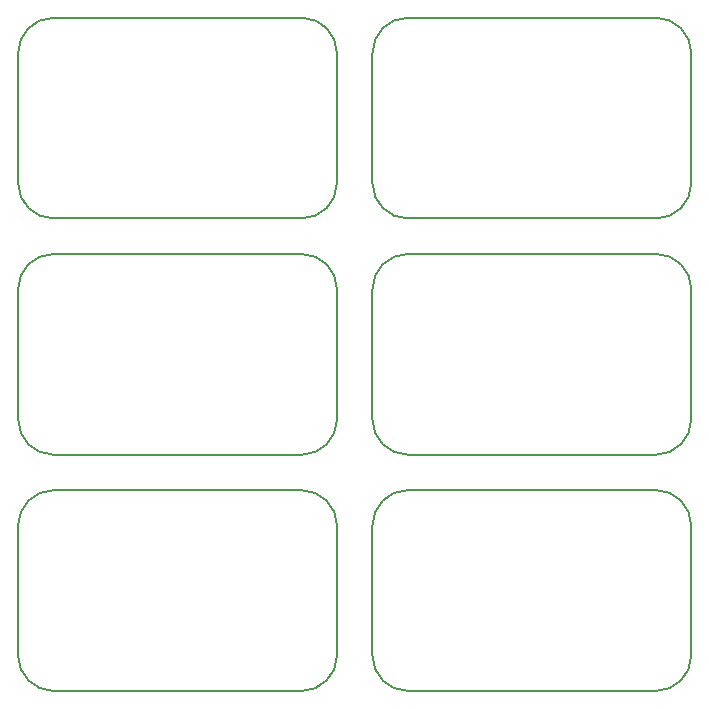
<source format=gm1>
%MOIN*%
%OFA0B0*%
%FSLAX46Y46*%
%IPPOS*%
%LPD*%
%ADD10C,0.0078740157480314977*%
%ADD21C,0.0078740157480314977*%
%ADD22C,0.0078740157480314977*%
%ADD23C,0.0078740157480314977*%
%ADD24C,0.0078740157480314977*%
%ADD25C,0.0078740157480314977*%
G01*
D10*
X0000944881Y0000669291D02*
X0000118110Y0000669291D01*
X0000000000Y0000551181D02*
G75*
G02*
X0000118110Y0000669291I0000118110D01*
G01*
X0000000000Y0000551181D02*
X0000000000Y0000118110D01*
X0001062992Y0000118110D02*
G75*
G02*
X0000944881Y0000000000I-0000118110D01*
G01*
X0000118110Y0000000000D02*
G75*
G02*
X0000000000Y0000118110J0000118110D01*
G01*
X0000944881Y0000669291D02*
G75*
G02*
X0001062992Y0000551181J-0000118110D01*
G01*
X0001062992Y0000118110D02*
X0001062992Y0000551181D01*
X0000118110Y0000000000D02*
X0000944881Y0000000000D01*
G04 next file*
G04 Gerber Fmt 4.6, Leading zero omitted, Abs format (unit mm)*
G04 Created by KiCad (PCBNEW (5.1.10)-1) date 2021-09-16 22:13:13*
G01*
G04 APERTURE LIST*
G04 APERTURE END LIST*
D21*
X0002125984Y0000669291D02*
X0001299212Y0000669291D01*
X0001181102Y0000551181D02*
G75*
G02*
X0001299212Y0000669291I0000118110D01*
G01*
X0001181102Y0000551181D02*
X0001181102Y0000118110D01*
X0002244094Y0000118110D02*
G75*
G02*
X0002125984Y0000000000I-0000118110D01*
G01*
X0001299212Y0000000000D02*
G75*
G02*
X0001181102Y0000118110J0000118110D01*
G01*
X0002125984Y0000669291D02*
G75*
G02*
X0002244094Y0000551181J-0000118110D01*
G01*
X0002244094Y0000118110D02*
X0002244094Y0000551181D01*
X0001299212Y0000000000D02*
X0002125984Y0000000000D01*
G04 next file*
G04 Gerber Fmt 4.6, Leading zero omitted, Abs format (unit mm)*
G04 Created by KiCad (PCBNEW (5.1.10)-1) date 2021-09-16 22:13:13*
G01*
G04 APERTURE LIST*
G04 APERTURE END LIST*
D22*
X0000944881Y0001456692D02*
X0000118110Y0001456692D01*
X0000000000Y0001338582D02*
G75*
G02*
X0000118110Y0001456692I0000118110D01*
G01*
X0000000000Y0001338582D02*
X0000000000Y0000905511D01*
X0001062992Y0000905511D02*
G75*
G02*
X0000944881Y0000787401I-0000118110D01*
G01*
X0000118110Y0000787401D02*
G75*
G02*
X0000000000Y0000905511J0000118110D01*
G01*
X0000944881Y0001456692D02*
G75*
G02*
X0001062992Y0001338582J-0000118110D01*
G01*
X0001062992Y0000905511D02*
X0001062992Y0001338582D01*
X0000118110Y0000787401D02*
X0000944881Y0000787401D01*
G04 next file*
G04 Gerber Fmt 4.6, Leading zero omitted, Abs format (unit mm)*
G04 Created by KiCad (PCBNEW (5.1.10)-1) date 2021-09-16 22:13:13*
G01*
G04 APERTURE LIST*
G04 APERTURE END LIST*
D23*
X0000944881Y0002244094D02*
X0000118110Y0002244094D01*
X0000000000Y0002125984D02*
G75*
G02*
X0000118110Y0002244094I0000118110D01*
G01*
X0000000000Y0002125984D02*
X0000000000Y0001692913D01*
X0001062992Y0001692913D02*
G75*
G02*
X0000944881Y0001574803I-0000118110D01*
G01*
X0000118110Y0001574803D02*
G75*
G02*
X0000000000Y0001692913J0000118110D01*
G01*
X0000944881Y0002244094D02*
G75*
G02*
X0001062992Y0002125984J-0000118110D01*
G01*
X0001062992Y0001692913D02*
X0001062992Y0002125984D01*
X0000118110Y0001574803D02*
X0000944881Y0001574803D01*
G04 next file*
G04 Gerber Fmt 4.6, Leading zero omitted, Abs format (unit mm)*
G04 Created by KiCad (PCBNEW (5.1.10)-1) date 2021-09-16 22:13:13*
G01*
G04 APERTURE LIST*
G04 APERTURE END LIST*
D24*
X0002125984Y0001456692D02*
X0001299212Y0001456692D01*
X0001181102Y0001338582D02*
G75*
G02*
X0001299212Y0001456692I0000118110D01*
G01*
X0001181102Y0001338582D02*
X0001181102Y0000905511D01*
X0002244094Y0000905511D02*
G75*
G02*
X0002125984Y0000787401I-0000118110D01*
G01*
X0001299212Y0000787401D02*
G75*
G02*
X0001181102Y0000905511J0000118110D01*
G01*
X0002125984Y0001456692D02*
G75*
G02*
X0002244094Y0001338582J-0000118110D01*
G01*
X0002244094Y0000905511D02*
X0002244094Y0001338582D01*
X0001299212Y0000787401D02*
X0002125984Y0000787401D01*
G04 next file*
G04 Gerber Fmt 4.6, Leading zero omitted, Abs format (unit mm)*
G04 Created by KiCad (PCBNEW (5.1.10)-1) date 2021-09-16 22:13:13*
G01*
G04 APERTURE LIST*
G04 APERTURE END LIST*
D25*
X0002125984Y0002244094D02*
X0001299212Y0002244094D01*
X0001181102Y0002125984D02*
G75*
G02*
X0001299212Y0002244094I0000118110D01*
G01*
X0001181102Y0002125984D02*
X0001181102Y0001692913D01*
X0002244094Y0001692913D02*
G75*
G02*
X0002125984Y0001574803I-0000118110D01*
G01*
X0001299212Y0001574803D02*
G75*
G02*
X0001181102Y0001692913J0000118110D01*
G01*
X0002125984Y0002244094D02*
G75*
G02*
X0002244094Y0002125984J-0000118110D01*
G01*
X0002244094Y0001692913D02*
X0002244094Y0002125984D01*
X0001299212Y0001574803D02*
X0002125984Y0001574803D01*
M02*
</source>
